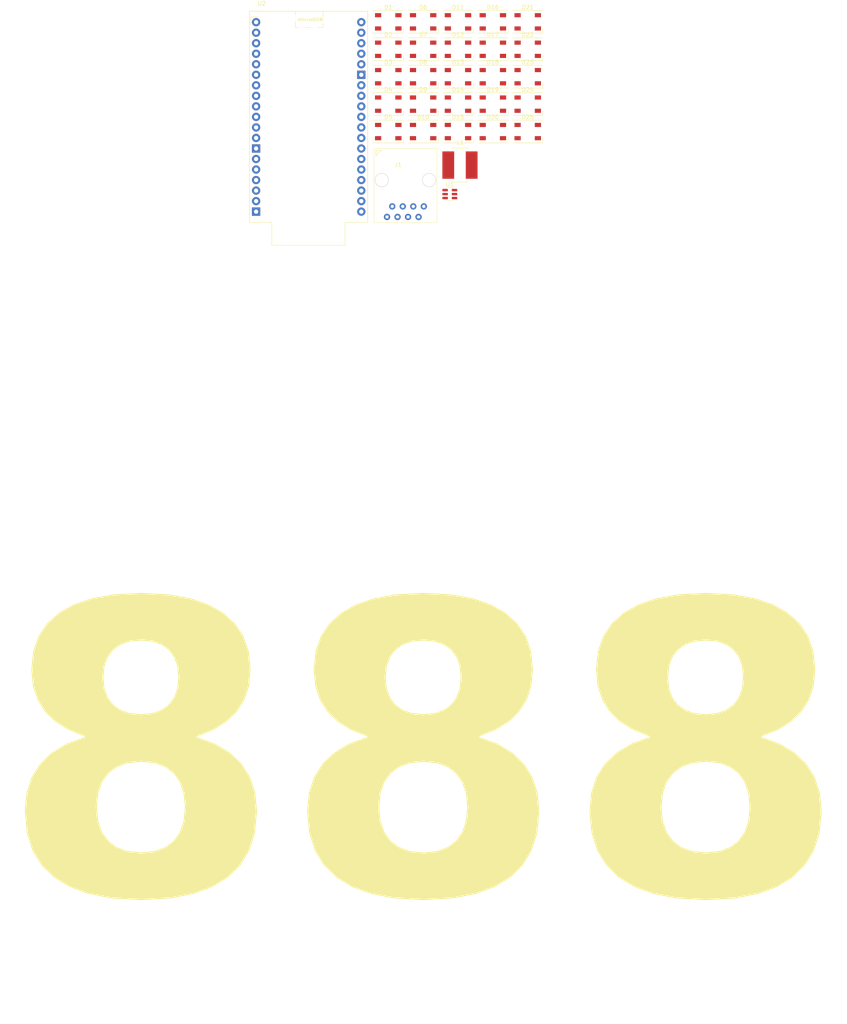
<source format=kicad_pcb>
(kicad_pcb (version 20221018) (generator pcbnew)
  (layers (0 "F.Cu" signal) (31 "B.Cu" signal) (34 "B.Paste" user) (35 "F.Paste" user) (36 "B.SilkS" user "B.Silkscreen") (37 "F.SilkS" user "F.Silkscreen") (38 "B.Mask" user) (39 "F.Mask" user) (44 "Edge.Cuts" user))
  (net 0 "")
  (net 1 "GND")
  (net 2 "/sk_input")
  (net 3 "+3V3")
  (net 4 "Net-(D1-DOUT)")
  (net 5 "Net-(D2-DOUT)")
  (net 6 "Net-(D3-DOUT)")
  (net 7 "Net-(D4-DOUT)")
  (net 8 "Net-(D5-DOUT)")
  (net 9 "Net-(D6-DOUT)")
  (net 10 "Net-(D7-DOUT)")
  (net 11 "Net-(D8-DOUT)")
  (net 12 "Net-(D10-DIN)")
  (net 13 "Net-(D10-DOUT)")
  (net 14 "Net-(D11-DOUT)")
  (net 15 "/sk_pin1")
  (net 16 "Net-(D13-VSS)")
  (net 17 "Net-(D13-VDD)")
  (net 18 "Net-(D13-DOUT)")
  (net 19 "Net-(D14-DOUT)")
  (net 20 "Net-(D15-DOUT)")
  (net 21 "Net-(D16-DOUT)")
  (net 22 "Net-(D17-DOUT)")
  (net 23 "Net-(D18-DOUT)")
  (net 24 "Net-(D19-DOUT)")
  (net 25 "Net-(D20-DOUT)")
  (net 26 "Net-(D21-DOUT)")
  (net 27 "Net-(D22-DOUT)")
  (net 28 "Net-(D23-DOUT)")
  (net 29 "Net-(D24-DOUT)")
  (net 31 "+12V")
  (net 38 "Net-(U1-VBST)")
  (net 39 "Net-(U1-SW)")
  (net 40 "Net-(U1-VFB)")
  (footprint "footprints:MODULE_ESP32_DEVKIT_C_V4" (layer "F.Cu") (at 89.281 -22.987)
    (fp_text reference "U2" (at -11.355 -27.36) (layer "F.SilkS"))
    (fp_text value "ESP32-Devkit_C_V4")
    (fp_text user "microUSB" (at -2.667 -22.987 unlocked) (layer "F.SilkS") (effects (font (size 0.8 0.8) (thickness 0.16) bold italic) (justify left bottom)))
    (fp_line (start -14.28 -25.475) (end -3.211 -25.475) (stroke (width 0.127)) (layer "F.SilkS"))
    (fp_line (start -14.28 -25.475) (end 14.23 -25.475) (stroke (width 0.127)) (layer "F.SilkS"))
    (fp_line (start -14.28 25.475) (end -14.28 -25.475) (stroke (width 0.127)) (layer "F.SilkS"))
    (fp_line (start -14.28 25.475) (end -14.28 -25.475) (stroke (width 0.127)) (layer "F.SilkS"))
    (fp_line (start -14.28 25.475) (end -8.91 25.475) (stroke (width 0.127)) (layer "F.SilkS"))
    (fp_line (start -13.97 -22.352) (end -13.97 -24.13) (stroke (width 0.12)) (layer "F.SilkS"))
    (fp_line (start -12.192 -24.13) (end -13.97 -24.13) (stroke (width 0.12)) (layer "F.SilkS"))
    (fp_line (start -8.91 25.475) (end -8.91 30.988) (stroke (width 0.12)) (layer "F.SilkS"))
    (fp_line (start -8.91 30.988) (end 8.763 30.988) (stroke (width 0.12)) (layer "F.SilkS"))
    (fp_line (start -3.211 -25.475) (end 3.5 -25.475) (stroke (width 0.127)) (layer "F.SilkS"))
    (fp_line (start -3.211 -21.585) (end -3.211 -25.475) (stroke (width 0.127) (type dash_dot_dot)) (layer "F.SilkS"))
    (fp_line (start 3.5 -25.475) (end 3.5 -21.585) (stroke (width 0.127) (type dash_dot_dot)) (layer "F.SilkS"))
    (fp_line (start 3.5 -25.475) (end 14.23 -25.475) (stroke (width 0.127)) (layer "F.SilkS"))
    (fp_line (start 3.5 -21.585) (end -3.211 -21.585) (stroke (width 0.127) (type dash_dot_dot)) (layer "F.SilkS"))
    (fp_line (start 8.763 30.988) (end 8.763 25.475) (stroke (width 0.12)) (layer "F.SilkS"))
    (fp_line (start 8.78 25.475) (end 14.23 25.475) (stroke (width 0.127)) (layer "F.SilkS"))
    (fp_line (start 14.23 -25.475) (end 14.23 25.475) (stroke (width 0.127)) (layer "F.SilkS"))
    (fp_line (start 14.23 -25.475) (end 14.23 25.475) (stroke (width 0.127)) (layer "F.SilkS"))
    (pad "1" thru_hole circle (at -12.7 -22.86) (size 2 2) (drill 1.02) (layers "*.Cu" "*.Mask"))
    (pad "2" thru_hole circle (at -12.7 -20.32) (size 2 2) (drill 1.02) (layers "*.Cu" "*.Mask"))
    (pad "3" thru_hole circle (at -12.7 -17.78) (size 2 2) (drill 1.02) (layers "*.Cu" "*.Mask"))
    (pad "4" thru_hole circle (at -12.7 -15.24) (size 2 2) (drill 1.02) (layers "*.Cu" "*.Mask"))
    (pad "5" thru_hole circle (at -12.7 -12.7) (size 2 2) (drill 1.02) (layers "*.Cu" "*.Mask"))
    (pad "6" thru_hole circle (at -12.7 -10.16) (size 2 2) (drill 1.02) (layers "*.Cu" "*.Mask"))
    (pad "7" thru_hole circle (at -12.7 -7.62) (size 2 2) (drill 1.02) (layers "*.Cu" "*.Mask"))
    (pad "8" thru_hole circle (at -12.7 -5.08) (size 2 2) (drill 1.02) (layers "*.Cu" "*.Mask"))
    (pad "9" thru_hole circle (at -12.7 -2.54) (size 2 2) (drill 1.02) (layers "*.Cu" "*.Mask"))
    (pad "10" thru_hole circle (at -12.7 0) (size 2 2) (drill 1.02) (layers "*.Cu" "*.Mask"))
    (pad "11" thru_hole circle (at -12.7 2.54) (size 2 2) (drill 1.02) (layers "*.Cu" "*.Mask"))
    (pad "12" thru_hole circle (at -12.7 5.08) (size 2 2) (drill 1.02) (layers "*.Cu" "*.Mask"))
    (pad "13" thru_hole rect (at -12.7 7.62) (size 2 2) (drill 1.02) (layers "*.Cu" "*.Mask") (net 1 "GND"))
    (pad "14" thru_hole circle (at -12.7 10.16) (size 2 2) (drill 1.02) (layers "*.Cu" "*.Mask"))
    (pad "15" thru_hole circle (at -12.7 12.7) (size 2 2) (drill 1.02) (layers "*.Cu" "*.Mask"))
    (pad "16" thru_hole circle (at -12.7 15.24) (size 2 2) (drill 1.02) (layers "*.Cu" "*.Mask"))
    (pad "17" thru_hole circle (at -12.7 17.78) (size 2 2) (drill 1.02) (layers "*.Cu" "*.Mask"))
    (pad "18" thru_hole circle (at -12.7 20.32) (size 2 2) (drill 1.02) (layers "*.Cu" "*.Mask"))
    (pad "19" thru_hole rect (at -12.7 22.86) (size 2 2) (drill 1.02) (layers "*.Cu" "*.Mask") (net 1 "GND"))
    (pad "20" thru_hole circle (at 12.7 22.86) (size 2 2) (drill 1.02) (layers "*.Cu" "*.Mask") (net 3 "+3V3"))
    (pad "21" thru_hole circle (at 12.7 20.32) (size 2 2) (drill 1.02) (layers "*.Cu" "*.Mask"))
    (pad "22" thru_hole circle (at 12.7 17.78) (size 2 2) (drill 1.02) (layers "*.Cu" "*.Mask"))
    (pad "23" thru_hole circle (at 12.7 15.24) (size 2 2) (drill 1.02) (layers "*.Cu" "*.Mask"))
    (pad "24" thru_hole circle (at 12.7 12.7) (size 2 2) (drill 1.02) (layers "*.Cu" "*.Mask"))
    (pad "25" thru_hole circle (at 12.7 10.16) (size 2 2) (drill 1.02) (layers "*.Cu" "*.Mask"))
    (pad "26" thru_hole circle (at 12.7 7.62) (size 2 2) (drill 1.02) (layers "*.Cu" "*.Mask") (net 2 "/sk_input"))
    (pad "27" thru_hole circle (at 12.7 5.08) (size 2 2) (drill 1.02) (layers "*.Cu" "*.Mask"))
    (pad "28" thru_hole circle (at 12.7 2.54) (size 2 2) (drill 1.02) (layers "*.Cu" "*.Mask"))
    (pad "29" thru_hole circle (at 12.7 0) (size 2 2) (drill 1.02) (layers "*.Cu" "*.Mask"))
    (pad "30" thru_hole circle (at 12.7 -2.54) (size 2 2) (drill 1.02) (layers "*.Cu" "*.Mask"))
    (pad "31" thru_hole circle (at 12.7 -5.08) (size 2 2) (drill 1.02) (layers "*.Cu" "*.Mask"))
    (pad "32" thru_hole circle (at 12.7 -7.62) (size 2 2) (drill 1.02) (layers "*.Cu" "*.Mask"))
    (pad "33" thru_hole rect (at 12.7 -10.16) (size 2 2) (drill 1.02) (layers "*.Cu" "*.Mask") (net 1 "GND"))
    (pad "34" thru_hole circle (at 12.7 -12.7) (size 2 2) (drill 1.02) (layers "*.Cu" "*.Mask"))
    (pad "35" thru_hole circle (at 12.7 -15.24) (size 2 2) (drill 1.02) (layers "*.Cu" "*.Mask"))
    (pad "36" thru_hole circle (at 12.7 -17.78) (size 2 2) (drill 1.02) (layers "*.Cu" "*.Mask"))
    (pad "37" thru_hole circle (at 12.7 -20.32) (size 2 2) (drill 1.02) (layers "*.Cu" "*.Mask"))
    (pad "38" thru_hole circle (at 12.7 -22.86) (size 2 2) (drill 1.02) (layers "*.Cu" "*.Mask"))
  )
  (footprint "LED_SMD:LED_SK6812_PLCC4_5.0x5.0mm_P3.2mm" (layer "F.Cu") (at 133.756 -39.307)
    (fp_text reference "D17" (at 0 -3.5) (layer "F.SilkS"))
    (fp_text value "SK6812")
    (fp_line (start -3.65 -2.75) (end 3.65 -2.75) (stroke (width 0.12)) (layer "F.SilkS"))
    (fp_line (start -3.65 2.75) (end 3.65 2.75) (stroke (width 0.12)) (layer "F.SilkS"))
    (fp_line (start 3.65 2.75) (end 3.65 1.6) (stroke (width 0.12)) (layer "F.SilkS"))
    (pad "1" smd rect (at 2.45 1.6) (size 1.5 1) (layers "F.Cu" "F.Paste" "F.Mask") (net 16 "Net-(D13-VSS)"))
    (pad "2" smd rect (at 2.45 -1.6) (size 1.5 1) (layers "F.Cu" "F.Paste" "F.Mask") (net 21 "Net-(D16-DOUT)"))
    (pad "3" smd rect (at -2.45 -1.6) (size 1.5 1) (layers "F.Cu" "F.Paste" "F.Mask") (net 17 "Net-(D13-VDD)"))
    (pad "4" smd rect (at -2.45 1.6) (size 1.5 1) (layers "F.Cu" "F.Paste" "F.Mask") (net 22 "Net-(D17-DOUT)"))
  )
  (footprint "LED_SMD:LED_SK6812_PLCC4_5.0x5.0mm_P3.2mm" (layer "F.Cu") (at 125.336 -39.307)
    (fp_text reference "D12" (at 0 -3.5) (layer "F.SilkS"))
    (fp_text value "SK6812")
    (fp_line (start -3.65 -2.75) (end 3.65 -2.75) (stroke (width 0.12)) (layer "F.SilkS"))
    (fp_line (start -3.65 2.75) (end 3.65 2.75) (stroke (width 0.12)) (layer "F.SilkS"))
    (fp_line (start 3.65 2.75) (end 3.65 1.6) (stroke (width 0.12)) (layer "F.SilkS"))
    (pad "1" smd rect (at 2.45 1.6) (size 1.5 1) (layers "F.Cu" "F.Paste" "F.Mask") (net 1 "GND"))
    (pad "2" smd rect (at 2.45 -1.6) (size 1.5 1) (layers "F.Cu" "F.Paste" "F.Mask") (net 14 "Net-(D11-DOUT)"))
    (pad "3" smd rect (at -2.45 -1.6) (size 1.5 1) (layers "F.Cu" "F.Paste" "F.Mask") (net 3 "+3V3"))
    (pad "4" smd rect (at -2.45 1.6) (size 1.5 1) (layers "F.Cu" "F.Paste" "F.Mask") (net 15 "/sk_pin1"))
  )
  (footprint "LED_SMD:LED_SK6812_PLCC4_5.0x5.0mm_P3.2mm" (layer "F.Cu") (at 142.176 -19.447)
    (fp_text reference "D25" (at 0 -3.5) (layer "F.SilkS"))
    (fp_text value "SK6812")
    (fp_line (start -3.65 -2.75) (end 3.65 -2.75) (stroke (width 0.12)) (layer "F.SilkS"))
    (fp_line (start -3.65 2.75) (end 3.65 2.75) (stroke (width 0.12)) (layer "F.SilkS"))
    (fp_line (start 3.65 2.75) (end 3.65 1.6) (stroke (width 0.12)) (layer "F.SilkS"))
    (pad "1" smd rect (at 2.45 1.6) (size 1.5 1) (layers "F.Cu" "F.Paste" "F.Mask") (net 16 "Net-(D13-VSS)"))
    (pad "2" smd rect (at 2.45 -1.6) (size 1.5 1) (layers "F.Cu" "F.Paste" "F.Mask") (net 29 "Net-(D24-DOUT)"))
    (pad "3" smd rect (at -2.45 -1.6) (size 1.5 1) (layers "F.Cu" "F.Paste" "F.Mask") (net 17 "Net-(D13-VDD)"))
    (pad "4" smd rect (at -2.45 1.6) (size 1.5 1) (layers "F.Cu" "F.Paste" "F.Mask"))
  )
  (footprint "LED_SMD:LED_SK6812_PLCC4_5.0x5.0mm_P3.2mm" (layer "F.Cu") (at 108.496 -32.687)
    (fp_text reference "D3" (at 0 -3.5) (layer "F.SilkS"))
    (fp_text value "SK6812")
    (fp_line (start -3.65 -2.75) (end 3.65 -2.75) (stroke (width 0.12)) (layer "F.SilkS"))
    (fp_line (start -3.65 2.75) (end 3.65 2.75) (stroke (width 0.12)) (layer "F.SilkS"))
    (fp_line (start 3.65 2.75) (end 3.65 1.6) (stroke (width 0.12)) (layer "F.SilkS"))
    (pad "1" smd rect (at 2.45 1.6) (size 1.5 1) (layers "F.Cu" "F.Paste" "F.Mask") (net 1 "GND"))
    (pad "2" smd rect (at 2.45 -1.6) (size 1.5 1) (layers "F.Cu" "F.Paste" "F.Mask") (net 5 "Net-(D2-DOUT)"))
    (pad "3" smd rect (at -2.45 -1.6) (size 1.5 1) (layers "F.Cu" "F.Paste" "F.Mask") (net 3 "+3V3"))
    (pad "4" smd rect (at -2.45 1.6) (size 1.5 1) (layers "F.Cu" "F.Paste" "F.Mask") (net 6 "Net-(D3-DOUT)"))
  )
  (footprint "LED_SMD:LED_SK6812_PLCC4_5.0x5.0mm_P3.2mm" (layer "F.Cu") (at 108.496 -19.447)
    (fp_text reference "D5" (at 0 -3.5) (layer "F.SilkS"))
    (fp_text value "SK6812")
    (fp_line (start -3.65 -2.75) (end 3.65 -2.75) (stroke (width 0.12)) (layer "F.SilkS"))
    (fp_line (start -3.65 2.75) (end 3.65 2.75) (stroke (width 0.12)) (layer "F.SilkS"))
    (fp_line (start 3.65 2.75) (end 3.65 1.6) (stroke (width 0.12)) (layer "F.SilkS"))
    (pad "1" smd rect (at 2.45 1.6) (size 1.5 1) (layers "F.Cu" "F.Paste" "F.Mask") (net 1 "GND"))
    (pad "2" smd rect (at 2.45 -1.6) (size 1.5 1) (layers "F.Cu" "F.Paste" "F.Mask") (net 7 "Net-(D4-DOUT)"))
    (pad "3" smd rect (at -2.45 -1.6) (size 1.5 1) (layers "F.Cu" "F.Paste" "F.Mask") (net 3 "+3V3"))
    (pad "4" smd rect (at -2.45 1.6) (size 1.5 1) (layers "F.Cu" "F.Paste" "F.Mask") (net 8 "Net-(D5-DOUT)"))
  )
  (footprint "LED_SMD:LED_SK6812_PLCC4_5.0x5.0mm_P3.2mm" (layer "F.Cu") (at 125.336 -26.067)
    (fp_text reference "D14" (at 0 -3.5) (layer "F.SilkS"))
    (fp_text value "SK6812")
    (fp_line (start -3.65 -2.75) (end 3.65 -2.75) (stroke (width 0.12)) (layer "F.SilkS"))
    (fp_line (start -3.65 2.75) (end 3.65 2.75) (stroke (width 0.12)) (layer "F.SilkS"))
    (fp_line (start 3.65 2.75) (end 3.65 1.6) (stroke (width 0.12)) (layer "F.SilkS"))
    (pad "1" smd rect (at 2.45 1.6) (size 1.5 1) (layers "F.Cu" "F.Paste" "F.Mask") (net 16 "Net-(D13-VSS)"))
    (pad "2" smd rect (at 2.45 -1.6) (size 1.5 1) (layers "F.Cu" "F.Paste" "F.Mask") (net 18 "Net-(D13-DOUT)"))
    (pad "3" smd rect (at -2.45 -1.6) (size 1.5 1) (layers "F.Cu" "F.Paste" "F.Mask") (net 17 "Net-(D13-VDD)"))
    (pad "4" smd rect (at -2.45 1.6) (size 1.5 1) (layers "F.Cu" "F.Paste" "F.Mask") (net 19 "Net-(D14-DOUT)"))
  )
  (footprint "LED_SMD:LED_SK6812_PLCC4_5.0x5.0mm_P3.2mm" (layer "F.Cu") (at 116.916 -39.307)
    (fp_text reference "D7" (at 0 -3.5) (layer "F.SilkS"))
    (fp_text value "SK6812")
    (fp_line (start -3.65 -2.75) (end 3.65 -2.75) (stroke (width 0.12)) (layer "F.SilkS"))
    (fp_line (start -3.65 2.75) (end 3.65 2.75) (stroke (width 0.12)) (layer "F.SilkS"))
    (fp_line (start 3.65 2.75) (end 3.65 1.6) (stroke (width 0.12)) (layer "F.SilkS"))
    (pad "1" smd rect (at 2.45 1.6) (size 1.5 1) (layers "F.Cu" "F.Paste" "F.Mask") (net 1 "GND"))
    (pad "2" smd rect (at 2.45 -1.6) (size 1.5 1) (layers "F.Cu" "F.Paste" "F.Mask") (net 9 "Net-(D6-DOUT)"))
    (pad "3" smd rect (at -2.45 -1.6) (size 1.5 1) (layers "F.Cu" "F.Paste" "F.Mask") (net 3 "+3V3"))
    (pad "4" smd rect (at -2.45 1.6) (size 1.5 1) (layers "F.Cu" "F.Paste" "F.Mask") (net 10 "Net-(D7-DOUT)"))
  )
  (footprint "LED_SMD:LED_SK6812_PLCC4_5.0x5.0mm_P3.2mm" (layer "F.Cu") (at 142.176 -45.927)
    (fp_text reference "D21" (at 0 -3.5) (layer "F.SilkS"))
    (fp_text value "SK6812")
    (fp_line (start -3.65 -2.75) (end 3.65 -2.75) (stroke (width 0.12)) (layer "F.SilkS"))
    (fp_line (start -3.65 2.75) (end 3.65 2.75) (stroke (width 0.12)) (layer "F.SilkS"))
    (fp_line (start 3.65 2.75) (end 3.65 1.6) (stroke (width 0.12)) (layer "F.SilkS"))
    (pad "1" smd rect (at 2.45 1.6) (size 1.5 1) (layers "F.Cu" "F.Paste" "F.Mask") (net 16 "Net-(D13-VSS)"))
    (pad "2" smd rect (at 2.45 -1.6) (size 1.5 1) (layers "F.Cu" "F.Paste" "F.Mask") (net 25 "Net-(D20-DOUT)"))
    (pad "3" smd rect (at -2.45 -1.6) (size 1.5 1) (layers "F.Cu" "F.Paste" "F.Mask") (net 17 "Net-(D13-VDD)"))
    (pad "4" smd rect (at -2.45 1.6) (size 1.5 1) (layers "F.Cu" "F.Paste" "F.Mask") (net 26 "Net-(D21-DOUT)"))
  )
  (footprint "LED_SMD:LED_SK6812_PLCC4_5.0x5.0mm_P3.2mm" (layer "F.Cu") (at 125.336 -19.447)
    (fp_text reference "D15" (at 0 -3.5) (layer "F.SilkS"))
    (fp_text value "SK6812")
    (fp_line (start -3.65 -2.75) (end 3.65 -2.75) (stroke (width 0.12)) (layer "F.SilkS"))
    (fp_line (start -3.65 2.75) (end 3.65 2.75) (stroke (width 0.12)) (layer "F.SilkS"))
    (fp_line (start 3.65 2.75) (end 3.65 1.6) (stroke (width 0.12)) (layer "F.SilkS"))
    (pad "1" smd rect (at 2.45 1.6) (size 1.5 1) (layers "F.Cu" "F.Paste" "F.Mask") (net 16 "Net-(D13-VSS)"))
    (pad "2" smd rect (at 2.45 -1.6) (size 1.5 1) (layers "F.Cu" "F.Paste" "F.Mask") (net 19 "Net-(D14-DOUT)"))
    (pad "3" smd rect (at -2.45 -1.6) (size 1.5 1) (layers "F.Cu" "F.Paste" "F.Mask") (net 17 "Net-(D13-VDD)"))
    (pad "4" smd rect (at -2.45 1.6) (size 1.5 1) (layers "F.Cu" "F.Paste" "F.Mask") (net 20 "Net-(D15-DOUT)"))
  )
  (footprint "LED_SMD:LED_SK6812_PLCC4_5.0x5.0mm_P3.2mm" (layer "F.Cu") (at 142.176 -26.067)
    (fp_text reference "D24" (at 0 -3.5) (layer "F.SilkS"))
    (fp_text value "SK6812")
    (fp_line (start -3.65 -2.75) (end 3.65 -2.75) (stroke (width 0.12)) (layer "F.SilkS"))
    (fp_line (start -3.65 2.75) (end 3.65 2.75) (stroke (width 0.12)) (layer "F.SilkS"))
    (fp_line (start 3.65 2.75) (end 3.65 1.6) (stroke (width 0.12)) (layer "F.SilkS"))
    (pad "1" smd rect (at 2.45 1.6) (size 1.5 1) (layers "F.Cu" "F.Paste" "F.Mask") (net 16 "Net-(D13-VSS)"))
    (pad "2" smd rect (at 2.45 -1.6) (size 1.5 1) (layers "F.Cu" "F.Paste" "F.Mask") (net 28 "Net-(D23-DOUT)"))
    (pad "3" smd rect (at -2.45 -1.6) (size 1.5 1) (layers "F.Cu" "F.Paste" "F.Mask") (net 17 "Net-(D13-VDD)"))
    (pad "4" smd rect (at -2.45 1.6) (size 1.5 1) (layers "F.Cu" "F.Paste" "F.Mask") (net 29 "Net-(D24-DOUT)"))
  )
  (footprint "LED_SMD:LED_SK6812_PLCC4_5.0x5.0mm_P3.2mm" (layer "F.Cu") (at 116.916 -26.067)
    (fp_text reference "D9" (at 0 -3.5) (layer "F.SilkS"))
    (fp_text value "SK6812")
    (fp_line (start -3.65 -2.75) (end 3.65 -2.75) (stroke (width 0.12)) (layer "F.SilkS"))
    (fp_line (start -3.65 2.75) (end 3.65 2.75) (stroke (width 0.12)) (layer "F.SilkS"))
    (fp_line (start 3.65 2.75) (end 3.65 1.6) (stroke (width 0.12)) (layer "F.SilkS"))
    (pad "1" smd rect (at 2.45 1.6) (size 1.5 1) (layers "F.Cu" "F.Paste" "F.Mask") (net 1 "GND"))
    (pad "2" smd rect (at 2.45 -1.6) (size 1.5 1) (layers "F.Cu" "F.Paste" "F.Mask") (net 11 "Net-(D8-DOUT)"))
    (pad "3" smd rect (at -2.45 -1.6) (size 1.5 1) (layers "F.Cu" "F.Paste" "F.Mask") (net 3 "+3V3"))
    (pad "4" smd rect (at -2.45 1.6) (size 1.5 1) (layers "F.Cu" "F.Paste" "F.Mask") (net 12 "Net-(D10-DIN)"))
  )
  (footprint "LED_SMD:LED_SK6812_PLCC4_5.0x5.0mm_P3.2mm" (layer "F.Cu") (at 116.916 -19.447)
    (fp_text reference "D10" (at 0 -3.5) (layer "F.SilkS"))
    (fp_text value "SK6812")
    (fp_line (start -3.65 -2.75) (end 3.65 -2.75) (stroke (width 0.12)) (layer "F.SilkS"))
    (fp_line (start -3.65 2.75) (end 3.65 2.75) (stroke (width 0.12)) (layer "F.SilkS"))
    (fp_line (start 3.65 2.75) (end 3.65 1.6) (stroke (width 0.12)) (layer "F.SilkS"))
    (pad "1" smd rect (at 2.45 1.6) (size 1.5 1) (layers "F.Cu" "F.Paste" "F.Mask") (net 1 "GND"))
    (pad "2" smd rect (at 2.45 -1.6) (size 1.5 1) (layers "F.Cu" "F.Paste" "F.Mask") (net 12 "Net-(D10-DIN)"))
    (pad "3" smd rect (at -2.45 -1.6) (size 1.5 1) (layers "F.Cu" "F.Paste" "F.Mask") (net 3 "+3V3"))
    (pad "4" smd rect (at -2.45 1.6) (size 1.5 1) (layers "F.Cu" "F.Paste" "F.Mask") (net 13 "Net-(D10-DOUT)"))
  )
  (footprint "LED_SMD:LED_SK6812_PLCC4_5.0x5.0mm_P3.2mm" (layer "F.Cu") (at 108.496 -26.067)
    (fp_text reference "D4" (at 0 -3.5) (layer "F.SilkS"))
    (fp_text value "SK6812")
    (fp_line (start -3.65 -2.75) (end 3.65 -2.75) (stroke (width 0.12)) (layer "F.SilkS"))
    (fp_line (start -3.65 2.75) (end 3.65 2.75) (stroke (width 0.12)) (layer "F.SilkS"))
    (fp_line (start 3.65 2.75) (end 3.65 1.6) (stroke (width 0.12)) (layer "F.SilkS"))
    (pad "1" smd rect (at 2.45 1.6) (size 1.5 1) (layers "F.Cu" "F.Paste" "F.Mask") (net 1 "GND"))
    (pad "2" smd rect (at 2.45 -1.6) (size 1.5 1) (layers "F.Cu" "F.Paste" "F.Mask") (net 6 "Net-(D3-DOUT)"))
    (pad "3" smd rect (at -2.45 -1.6) (size 1.5 1) (layers "F.Cu" "F.Paste" "F.Mask") (net 3 "+3V3"))
    (pad "4" smd rect (at -2.45 1.6) (size 1.5 1) (layers "F.Cu" "F.Paste" "F.Mask") (net 7 "Net-(D4-DOUT)"))
  )
  (footprint "footprints:RCH RC00139" (layer "F.Cu") (at 105.036 -15.387)
    (fp_text reference "J1" (at 5.842 3.9624 unlocked) (layer "F.SilkS"))
    (fp_text value "RJ45")
    (fp_line (start 0.508 0.508) (end 0.508 1.778) (stroke (width 0.12)) (layer "F.SilkS"))
    (fp_line (start 0.508 0.508) (end 1.778 0.508) (stroke (width 0.12)) (layer "F.SilkS"))
    (fp_line (start 0.508 1.778) (end 0.508 0.508) (stroke (width 0.12)) (layer "F.SilkS"))
    (fp_line (start 1.778 0.508) (end 0.508 1.778) (stroke (width 0.12)) (layer "F.SilkS"))
    (fp_rect (start 0 0) (end 15.2 17.9) (stroke (width 0.1)) (fill none) (layer "F.SilkS"))
    (fp_circle (center 1.885 7.65) (end 3.51 7.65) (stroke (width 0.1)) (fill none) (layer "Edge.Cuts"))
    (fp_circle (center 13.315 7.65) (end 14.94 7.65) (stroke (width 0.1)) (fill none) (layer "Edge.Cuts"))
    (pad "1" thru_hole circle (at 12.045 14) (size 1.524 1.524) (drill 0.762) (layers "*.Cu" "*.Mask") (net 31 "+12V"))
    (pad "2" thru_hole circle (at 10.775 16.54) (size 1.524 1.524) (drill 0.762) (layers "*.Cu" "*.Mask"))
    (pad "3" thru_hole circle (at 9.505 14) (size 1.524 1.524) (drill 0.762) (layers "*.Cu" "*.Mask"))
    (pad "4" thru_hole circle (at 8.235 16.54) (size 1.524 1.524) (drill 0.762) (layers "*.Cu" "*.Mask"))
    (pad "5" thru_hole circle (at 6.965 14) (size 1.524 1.524) (drill 0.762) (layers "*.Cu" "*.Mask"))
    (pad "6" thru_hole circle (at 5.695 16.54) (size 1.524 1.524) (drill 0.762) (layers "*.Cu" "*.Mask"))
    (pad "7" thru_hole circle (at 4.425 14) (size 1.524 1.524) (drill 0.762) (layers "*.Cu" "*.Mask"))
    (pad "8" thru_hole circle (at 3.155 16.54) (size 1.524 1.524) (drill 0.762) (layers "*.Cu" "*.Mask") (net 1 "GND"))
  )
  (footprint "LED_SMD:LED_SK6812_PLCC4_5.0x5.0mm_P3.2mm" (layer "F.Cu") (at 108.496 -45.927)
    (fp_text reference "D1" (at 0 -3.5) (layer "F.SilkS"))
    (fp_text value "SK6812")
    (fp_line (start -3.65 -2.75) (end 3.65 -2.75) (stroke (width 0.12)) (layer "F.SilkS"))
    (fp_line (start -3.65 2.75) (end 3.65 2.75) (stroke (width 0.12)) (layer "F.SilkS"))
    (fp_line (start 3.65 2.75) (end 3.65 1.6) (stroke (width 0.12)) (layer "F.SilkS"))
    (pad "1" smd rect (at 2.45 1.6) (size 1.5 1) (layers "F.Cu" "F.Paste" "F.Mask") (net 1 "GND"))
    (pad "2" smd rect (at 2.45 -1.6) (size 1.5 1) (layers "F.Cu" "F.Paste" "F.Mask") (net 2 "/sk_input"))
    (pad "3" smd rect (at -2.45 -1.6) (size 1.5 1) (layers "F.Cu" "F.Paste" "F.Mask") (net 3 "+3V3"))
    (pad "4" smd rect (at -2.45 1.6) (size 1.5 1) (layers "F.Cu" "F.Paste" "F.Mask") (net 4 "Net-(D1-DOUT)"))
  )
  (footprint "Inductor_SMD:L_Bourns_SRN8040TA" (layer "F.Cu") (at 125.811 -11.362)
    (fp_text reference "L1" (at 0.1 -5.4 180) (layer "F.SilkS"))
    (fp_text value "3.3uH")
    (fp_line (start 2 -4.1) (end -2 -4.1) (stroke (width 0.12)) (layer "F.SilkS"))
    (fp_line (start 2 4.1) (end -2 4.1) (stroke (width 0.12)) (layer "F.SilkS"))
    (pad "1" smd rect (at -2.825 0 270) (size 6.6 2.85) (layers "F.Cu" "F.Paste" "F.Mask") (net 38 "Net-(U1-VBST)"))
    (pad "2" smd rect (at 2.825 0 270) (size 6.6 2.85) (layers "F.Cu" "F.Paste" "F.Mask") (net 3 "+3V3"))
  )
  (footprint "LED_SMD:LED_SK6812_PLCC4_5.0x5.0mm_P3.2mm" (layer "F.Cu") (at 133.756 -26.067)
    (fp_text reference "D19" (at 0 -3.5) (layer "F.SilkS"))
    (fp_text value "SK6812")
    (fp_line (start -3.65 -2.75) (end 3.65 -2.75) (stroke (width 0.12)) (layer "F.SilkS"))
    (fp_line (start -3.65 2.75) (end 3.65 2.75) (stroke (width 0.12)) (layer "F.SilkS"))
    (fp_line (start 3.65 2.75) (end 3.65 1.6) (stroke (width 0.12)) (layer "F.SilkS"))
    (pad "1" smd rect (at 2.45 1.6) (size 1.5 1) (layers "F.Cu" "F.Paste" "F.Mask") (net 16 "Net-(D13-VSS)"))
    (pad "2" smd rect (at 2.45 -1.6) (size 1.5 1) (layers "F.Cu" "F.Paste" "F.Mask") (net 23 "Net-(D18-DOUT)"))
    (pad "3" smd rect (at -2.45 -1.6) (size 1.5 1) (layers "F.Cu" "F.Paste" "F.Mask") (net 17 "Net-(D13-VDD)"))
    (pad "4" smd rect (at -2.45 1.6) (size 1.5 1) (layers "F.Cu" "F.Paste" "F.Mask") (net 24 "Net-(D19-DOUT)"))
  )
  (footprint "LED_SMD:LED_SK6812_PLCC4_5.0x5.0mm_P3.2mm" (layer "F.Cu") (at 142.176 -39.307)
    (fp_text reference "D22" (at 0 -3.5) (layer "F.SilkS"))
    (fp_text value "SK6812")
    (fp_line (start -3.65 -2.75) (end 3.65 -2.75) (stroke (width 0.12)) (layer "F.SilkS"))
    (fp_line (start -3.65 2.75) (end 3.65 2.75) (stroke (width 0.12)) (layer "F.SilkS"))
    (fp_line (start 3.65 2.75) (end 3.65 1.6) (stroke (width 0.12)) (layer "F.SilkS"))
    (pad "1" smd rect (at 2.45 1.6) (size 1.5 1) (layers "F.Cu" "F.Paste" "F.Mask") (net 16 "Net-(D13-VSS)"))
    (pad "2" smd rect (at 2.45 -1.6) (size 1.5 1) (layers "F.Cu" "F.Paste" "F.Mask") (net 26 "Net-(D21-DOUT)"))
    (pad "3" smd rect (at -2.45 -1.6) (size 1.5 1) (layers "F.Cu" "F.Paste" "F.Mask") (net 17 "Net-(D13-VDD)"))
    (pad "4" smd rect (at -2.45 1.6) (size 1.5 1) (layers "F.Cu" "F.Paste" "F.Mask") (net 27 "Net-(D22-DOUT)"))
  )
  (footprint "Package_TO_SOT_SMD:SOT-23-6" (layer "F.Cu") (at 123.361 -4.362)
    (fp_text reference "U1" (at 0 -2.4) (layer "F.SilkS"))
    (fp_text value "TPS563200")
    (fp_line (start 0 -1.56) (end -1.8 -1.56) (stroke (width 0.12)) (layer "F.SilkS"))
    (fp_line (start 0 -1.56) (end 0.8 -1.56) (stroke (width 0.12)) (layer "F.SilkS"))
    (fp_line (start 0 1.56) (end -0.8 1.56) (stroke (width 0.12)) (layer "F.SilkS"))
    (fp_line (start 0 1.56) (end 0.8 1.56) (stroke (width 0.12)) (layer "F.SilkS"))
    (pad "1" smd roundrect (at -1.1375 -0.95) (size 1.325 0.6) (layers "F.Cu" "F.Paste" "F.Mask") (net 1 "GND"))
    (pad "2" smd roundrect (at -1.1375 0) (size 1.325 0.6) (layers "F.Cu" "F.Paste" "F.Mask") (net 39 "Net-(U1-SW)"))
    (pad "3" smd roundrect (at -1.1375 0.95) (size 1.325 0.6) (layers "F.Cu" "F.Paste" "F.Mask") (net 31 "+12V"))
    (pad "4" smd roundrect (at 1.1375 0.95) (size 1.325 0.6) (layers "F.Cu" "F.Paste" "F.Mask") (net 40 "Net-(U1-VFB)"))
    (pad "5" smd roundrect (at 1.1375 0) (size 1.325 0.6) (layers "F.Cu" "F.Paste" "F.Mask"))
    (pad "6" smd roundrect (at 1.1375 -0.95) (size 1.325 0.6) (layers "F.Cu" "F.Paste" "F.Mask") (net 38 "Net-(U1-VBST)"))
  )
  (footprint "LED_SMD:LED_SK6812_PLCC4_5.0x5.0mm_P3.2mm" (layer "F.Cu") (at 108.496 -39.307)
    (fp_text reference "D2" (at 0 -3.5) (layer "F.SilkS"))
    (fp_text value "SK6812")
    (fp_line (start -3.65 -2.75) (end 3.65 -2.75) (stroke (width 0.12)) (layer "F.SilkS"))
    (fp_line (start -3.65 2.75) (end 3.65 2.75) (stroke (width 0.12)) (layer "F.SilkS"))
    (fp_line (start 3.65 2.75) (end 3.65 1.6) (stroke (width 0.12)) (layer "F.SilkS"))
    (pad "1" smd rect (at 2.45 1.6) (size 1.5 1) (layers "F.Cu" "F.Paste" "F.Mask") (net 1 "GND"))
    (pad "2" smd rect (at 2.45 -1.6) (size 1.5 1) (layers "F.Cu" "F.Paste" "F.Mask") (net 4 "Net-(D1-DOUT)"))
    (pad "3" smd rect (at -2.45 -1.6) (size 1.5 1) (layers "F.Cu" "F.Paste" "F.Mask") (net 3 "+3V3"))
    (pad "4" smd rect (at -2.45 1.6) (size 1.5 1) (layers "F.Cu" "F.Paste" "F.Mask") (net 5 "Net-(D2-DOUT)"))
  )
  (footprint "LED_SMD:LED_SK6812_PLCC4_5.0x5.0mm_P3.2mm" (layer "F.Cu") (at 116.916 -45.927)
    (fp_text reference "D6" (at 0 -3.5) (layer "F.SilkS"))
    (fp_text value "SK6812")
    (fp_line (start -3.65 -2.75) (end 3.65 -2.75) (stroke (width 0.12)) (layer "F.SilkS"))
    (fp_line (start -3.65 2.75) (end 3.65 2.75) (stroke (width 0.12)) (layer "F.SilkS"))
    (fp_line (start 3.65 2.75) (end 3.65 1.6) (stroke (width 0.12)) (layer "F.SilkS"))
    (pad "1" smd rect (at 2.45 1.6) (size 1.5 1) (layers "F.Cu" "F.Paste" "F.Mask") (net 1 "GND"))
    (pad "2" smd rect (at 2.45 -1.6) (size 1.5 1) (layers "F.Cu" "F.Paste" "F.Mask") (net 8 "Net-(D5-DOUT)"))
    (pad "3" smd rect (at -2.45 -1.6) (size 1.5 1) (layers "F.Cu" "F.Paste" "F.Mask") (net 3 "+3V3"))
    (pad "4" smd rect (at -2.45 1.6) (size 1.5 1) (layers "F.Cu" "F.Paste" "F.Mask") (net 9 "Net-(D6-DOUT)"))
  )
  (footprint "LED_SMD:LED_SK6812_PLCC4_5.0x5.0mm_P3.2mm" (layer "F.Cu") (at 125.336 -32.687)
    (fp_text reference "D13" (at 0 -3.5) (layer "F.SilkS"))
    (fp_text value "SK6812")
    (fp_line (start -3.65 -2.75) (end 3.65 -2.75) (stroke (width 0.12)) (layer "F.SilkS"))
    (fp_line (start -3.65 2.75) (end 3.65 2.75) (stroke (width 0.12)) (layer "F.SilkS"))
    (fp_line (start 3.65 2.75) (end 3.65 1.6) (stroke (width 0.12)) (layer "F.SilkS"))
    (pad "1" smd rect (at 2.45 1.6) (size 1.5 1) (layers "F.Cu" "F.Paste" "F.Mask") (net 16 "Net-(D13-VSS)"))
    (pad "2" smd rect (at 2.45 -1.6) (size 1.5 1) (layers "F.Cu" "F.Paste" "F.Mask") (net 15 "/sk_pin1"))
    (pad "3" smd rect (at -2.45 -1.6) (size 1.5 1) (layers "F.Cu" "F.Paste" "F.Mask") (net 17 "Net-(D13-VDD)"))
    (pad "4" smd rect (at -2.45 1.6) (size 1.5 1) (layers "F.Cu" "F.Paste" "F.Mask") (net 18 "Net-(D13-DOUT)"))
  )
  (footprint "LED_SMD:LED_SK6812_PLCC4_5.0x5.0mm_P3.2mm" (layer "F.Cu") (at 125.336 -45.927)
    (fp_text reference "D11" (at 0 -3.5) (layer "F.SilkS"))
    (fp_text value "SK6812")
    (fp_line (start -3.65 -2.75) (end 3.65 -2.75) (stroke (width 0.12)) (layer "F.SilkS"))
    (fp_line (start -3.65 2.75) (end 3.65 2.75) (stroke (width 0.12)) (layer "F.SilkS"))
    (fp_line (start 3.65 2.75) (end 3.65 1.6) (stroke (width 0.12)) (layer "F.SilkS"))
    (pad "1" smd rect (at 2.45 1.6) (size 1.5 1) (layers "F.Cu" "F.Paste" "F.Mask") (net 1 "GND"))
    (pad "2" smd rect (at 2.45 -1.6) (size 1.5 1) (layers "F.Cu" "F.Paste" "F.Mask") (net 13 "Net-(D10-DOUT)"))
    (pad "3" smd rect (at -2.45 -1.6) (size 1.5 1) (layers "F.Cu" "F.Paste" "F.Mask") (net 3 "+3V3"))
    (pad "4" smd rect (at -2.45 1.6) (size 1.5 1) (layers "F.Cu" "F.Paste" "F.Mask") (net 14 "Net-(D11-DOUT)"))
  )
  (footprint "LED_SMD:LED_SK6812_PLCC4_5.0x5.0mm_P3.2mm" (layer "F.Cu") (at 116.916 -32.687)
    (fp_text reference "D8" (at 0 -3.5) (layer "F.SilkS"))
    (fp_text value "SK6812")
    (fp_line (start -3.65 -2.75) (end 3.65 -2.75) (stroke (width 0.12)) (layer "F.SilkS"))
    (fp_line (start -3.65 2.75) (end 3.65 2.75) (stroke (width 0.12)) (layer "F.SilkS"))
    (fp_line (start 3.65 2.75) (end 3.65 1.6) (stroke (width 0.12)) (layer "F.SilkS"))
    (pad "1" smd rect (at 2.45 1.6) (size 1.5 1) (layers "F.Cu" "F.Paste" "F.Mask") (net 1 "GND"))
    (pad "2" smd rect (at 2.45 -1.6) (size 1.5 1) (layers "F.Cu" "F.Paste" "F.Mask") (net 10 "Net-(D7-DOUT)"))
    (pad "3" smd rect (at -2.45 -1.6) (size 1.5 1) (layers "F.Cu" "F.Paste" "F.Mask") (net 3 "+3V3"))
    (pad "4" smd rect (at -2.45 1.6) (size 1.5 1) (layers "F.Cu" "F.Paste" "F.Mask") (net 11 "Net-(D8-DOUT)"))
  )
  (footprint "LED_SMD:LED_SK6812_PLCC4_5.0x5.0mm_P3.2mm" (layer "F.Cu") (at 133.756 -32.687)
    (fp_text reference "D18" (at 0 -3.5) (layer "F.SilkS"))
    (fp_text value "SK6812")
    (fp_line (start -3.65 -2.75) (end 3.65 -2.75) (stroke (width 0.12)) (layer "F.SilkS"))
    (fp_line (start -3.65 2.75) (end 3.65 2.75) (stroke (width 0.12)) (layer "F.SilkS"))
    (fp_line (start 3.65 2.75) (end 3.65 1.6) (stroke (width 0.12)) (layer "F.SilkS"))
    (pad "1" smd rect (at 2.45 1.6) (size 1.5 1) (layers "F.Cu" "F.Paste" "F.Mask") (net 16 "Net-(D13-VSS)"))
    (pad "2" smd rect (at 2.45 -1.6) (size 1.5 1) (layers "F.Cu" "F.Paste" "F.Mask") (net 22 "Net-(D17-DOUT)"))
    (pad "3" smd rect (at -2.45 -1.6) (size 1.5 1) (layers "F.Cu" "F.Paste" "F.Mask") (net 17 "Net-(D13-VDD)"))
    (pad "4" smd rect (at -2.45 1.6) (size 1.5 1) (layers "F.Cu" "F.Paste" "F.Mask") (net 23 "Net-(D18-DOUT)"))
  )
  (footprint "LED_SMD:LED_SK6812_PLCC4_5.0x5.0mm_P3.2mm" (layer "F.Cu") (at 133.756 -19.447)
    (fp_text reference "D20" (at 0 -3.5) (layer "F.SilkS"))
    (fp_text value "SK6812")
    (fp_line (start -3.65 -2.75) (end 3.65 -2.75) (stroke (width 0.12)) (layer "F.SilkS"))
    (fp_line (start -3.65 2.75) (end 3.65 2.75) (stroke (width 0.12)) (layer "F.SilkS"))
    (fp_line (start 3.65 2.75) (end 3.65 1.6) (stroke (width 0.12)) (layer "F.SilkS"))
    (pad "1" smd rect (at 2.45 1.6) (size 1.5 1) (layers "F.Cu" "F.Paste" "F.Mask") (net 16 "Net-(D13-VSS)"))
    (pad "2" smd rect (at 2.45 -1.6) (size 1.5 1) (layers "F.Cu" "F.Paste" "F.Mask") (net 24 "Net-(D19-DOUT)"))
    (pad "3" smd rect (at -2.45 -1.6) (size 1.5 1) (layers "F.Cu" "F.Paste" "F.Mask") (net 17 "Net-(D13-VDD)"))
    (pad "4" smd rect (at -2.45 1.6) (size 1.5 1) (layers "F.Cu" "F.Paste" "F.Mask") (net 25 "Net-(D20-DOUT)"))
  )
  (footprint "LED_SMD:LED_SK6812_PLCC4_5.0x5.0mm_P3.2mm" (layer "F.Cu") (at 142.176 -32.687)
    (fp_text reference "D23" (at 0 -3.5) (layer "F.SilkS"))
    (fp_text value "SK6812")
    (fp_line (start -3.65 -2.75) (end 3.65 -2.75) (stroke (width 0.12)) (layer "F.SilkS"))
    (fp_line (start -3.65 2.75) (end 3.65 2.75) (stroke (width 0.12)) (layer "F.SilkS"))
    (fp_line (start 3.65 2.75) (end 3.65 1.6) (stroke (width 0.12)) (layer "F.SilkS"))
    (pad "1" smd rect (at 2.45 1.6) (size 1.5 1) (layers "F.Cu" "F.Paste" "F.Mask") (net 16 "Net-(D13-VSS)"))
    (pad "2" smd rect (at 2.45 -1.6) (size 1.5 1) (layers "F.Cu" "F.Paste" "F.Mask") (net 27 "Net-(D22-DOUT)"))
    (pad "3" smd rect (at -2.45 -1.6) (size 1.5 1) (layers "F.Cu" "F.Paste" "F.Mask") (net 17 "Net-(D13-VDD)"))
    (pad "4" smd rect (at -2.45 1.6) (size 1.5 1) (layers "F.Cu" "F.Paste" "F.Mask") (net 28 "Net-(D23-DOUT)"))
  )
  (footprint "LED_SMD:LED_SK6812_PLCC4_5.0x5.0mm_P3.2mm" (layer "F.Cu") (at 133.756 -45.927)
    (fp_text reference "D16" (at 0 -3.5) (layer "F.SilkS"))
    (fp_text value "SK6812")
    (fp_line (start -3.65 -2.75) (end 3.65 -2.75) (stroke (width 0.12)) (layer "F.SilkS"))
    (fp_line (start -3.65 2.75) (end 3.65 2.75) (stroke (width 0.12)) (layer "F.SilkS"))
    (fp_line (start 3.65 2.75) (end 3.65 1.6) (stroke (width 0.12)) (layer "F.SilkS"))
    (pad "1" smd rect (at 2.45 1.6) (size 1.5 1) (layers "F.Cu" "F.Paste" "F.Mask") (net 16 "Net-(D13-VSS)"))
    (pad "2" smd rect (at 2.45 -1.6) (size 1.5 1) (layers "F.Cu" "F.Paste" "F.Mask") (net 20 "Net-(D15-DOUT)"))
    (pad "3" smd rect (at -2.45 -1.6) (size 1.5 1) (layers "F.Cu" "F.Paste" "F.Mask") (net 17 "Net-(D13-VDD)"))
    (pad "4" smd rect (at -2.45 1.6) (size 1.5 1) (layers "F.Cu" "F.Paste" "F.Mask") (net 21 "Net-(D16-DOUT)"))
  )
  (gr_text "888" (at 14.732 176.53) (layer "F.SilkS") (effects (font (size 70 70) (thickness 0.3) bold) (justify left bottom)))
)
</source>
